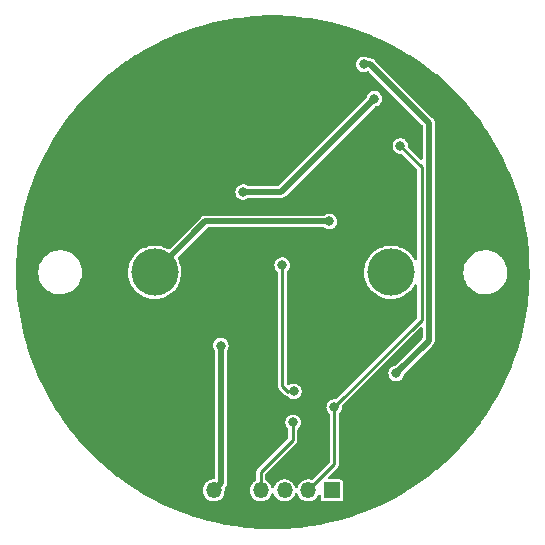
<source format=gbr>
%TF.GenerationSoftware,KiCad,Pcbnew,6.0.6-3a73a75311~116~ubuntu22.04.1*%
%TF.CreationDate,2022-08-06T20:48:40+02:00*%
%TF.ProjectId,buck_3a_v4,6275636b-5f33-4615-9f76-342e6b696361,rev?*%
%TF.SameCoordinates,Original*%
%TF.FileFunction,Copper,L2,Bot*%
%TF.FilePolarity,Positive*%
%FSLAX46Y46*%
G04 Gerber Fmt 4.6, Leading zero omitted, Abs format (unit mm)*
G04 Created by KiCad (PCBNEW 6.0.6-3a73a75311~116~ubuntu22.04.1) date 2022-08-06 20:48:40*
%MOMM*%
%LPD*%
G01*
G04 APERTURE LIST*
%TA.AperFunction,ComponentPad*%
%ADD10C,4.000000*%
%TD*%
%TA.AperFunction,ComponentPad*%
%ADD11O,1.350000X1.350000*%
%TD*%
%TA.AperFunction,ComponentPad*%
%ADD12R,1.350000X1.350000*%
%TD*%
%TA.AperFunction,ViaPad*%
%ADD13C,0.800000*%
%TD*%
%TA.AperFunction,Conductor*%
%ADD14C,0.500000*%
%TD*%
%TA.AperFunction,Conductor*%
%ADD15C,0.250000*%
%TD*%
G04 APERTURE END LIST*
D10*
%TO.P,LED+,1*%
%TO.N,Net-(C3-Pad2)*%
X60000000Y-50000000D03*
%TD*%
%TO.P,LED-,1*%
%TO.N,Net-(C3-Pad1)*%
X40000000Y-50000000D03*
%TD*%
D11*
%TO.P,J5,6*%
%TO.N,+5V*%
X44996000Y-68466000D03*
%TO.P,J5,5*%
%TO.N,GND*%
X46996000Y-68466000D03*
%TO.P,J5,4*%
%TO.N,/LED*%
X48996000Y-68466000D03*
%TO.P,J5,3*%
%TO.N,/RESET*%
X50996000Y-68466000D03*
%TO.P,J5,2*%
%TO.N,/PWM*%
X52996000Y-68466000D03*
D12*
%TO.P,J5,1*%
%TO.N,/MODE*%
X54996000Y-68466000D03*
%TD*%
D13*
%TO.N,GND*%
X59200000Y-37800000D03*
X57900000Y-37800000D03*
X44421000Y-62621000D03*
X45200000Y-44700000D03*
X44200000Y-44700000D03*
X43200000Y-44700000D03*
X37946002Y-55653998D03*
X55300000Y-56600000D03*
X60600000Y-37800000D03*
X60600000Y-36400000D03*
X46300000Y-44700000D03*
X48300000Y-44700000D03*
X47300000Y-44700000D03*
X42100000Y-56800000D03*
X40200000Y-65200000D03*
%TO.N,Net-(C3-Pad1)*%
X54800000Y-45700000D03*
%TO.N,+5V*%
X45600002Y-56200000D03*
X60446483Y-58553517D03*
X57700002Y-32400000D03*
%TO.N,/LED*%
X51721000Y-62700000D03*
%TO.N,/MODE*%
X50800000Y-49400000D03*
X51781000Y-60081000D03*
%TO.N,/PWM*%
X55200000Y-61400000D03*
X60800000Y-39300000D03*
%TO.N,Net-(Q1-Pad4)*%
X58600000Y-35300000D03*
X47499998Y-43200000D03*
%TD*%
D14*
%TO.N,Net-(C3-Pad1)*%
X44300000Y-45700000D02*
X40000000Y-50000000D01*
X54800000Y-45700000D02*
X44300000Y-45700000D01*
D15*
%TO.N,+5V*%
X45600000Y-56200002D02*
X45600002Y-56200000D01*
D14*
X45600000Y-67862000D02*
X45600000Y-56200002D01*
X44996000Y-68466000D02*
X45600000Y-67862000D01*
X60446483Y-58553517D02*
X63200000Y-55800000D01*
X63200000Y-55800000D02*
X63200000Y-37334313D01*
X63200000Y-37334313D02*
X58265687Y-32400000D01*
X58265687Y-32400000D02*
X57700002Y-32400000D01*
D15*
%TO.N,/LED*%
X48996000Y-68466000D02*
X48996000Y-66904000D01*
X48996000Y-66904000D02*
X51700000Y-64200000D01*
X51700000Y-62721000D02*
X51721000Y-62700000D01*
X51700000Y-64200000D02*
X51700000Y-62721000D01*
%TO.N,/MODE*%
X51319000Y-60081000D02*
X51781000Y-60081000D01*
X50800000Y-59600000D02*
X51300000Y-60100000D01*
X51300000Y-60100000D02*
X51319000Y-60081000D01*
X50800000Y-49400000D02*
X50800000Y-59600000D01*
%TO.N,/PWM*%
X55200000Y-66262000D02*
X52996000Y-68466000D01*
X55200000Y-61400000D02*
X55200000Y-66262000D01*
X62600000Y-41100000D02*
X60800000Y-39300000D01*
X62600000Y-54000000D02*
X62600000Y-41100000D01*
X55200000Y-61400000D02*
X62600000Y-54000000D01*
D14*
%TO.N,Net-(Q1-Pad4)*%
X58600000Y-35300000D02*
X50700000Y-43200000D01*
X50700000Y-43200000D02*
X47499998Y-43200000D01*
%TD*%
%TA.AperFunction,Conductor*%
%TO.N,GND*%
G36*
X50458052Y-28259380D02*
G01*
X51362770Y-28297299D01*
X51368028Y-28297630D01*
X51601921Y-28317270D01*
X52270401Y-28373404D01*
X52275650Y-28373956D01*
X52715833Y-28429564D01*
X53174043Y-28487449D01*
X53179239Y-28488216D01*
X54072093Y-28639232D01*
X54077245Y-28640214D01*
X54520152Y-28734356D01*
X54963043Y-28828496D01*
X54968151Y-28829694D01*
X55845299Y-29054907D01*
X55850299Y-29056304D01*
X56116110Y-29136557D01*
X56717207Y-29318040D01*
X56722226Y-29319671D01*
X57181979Y-29479773D01*
X57577376Y-29617464D01*
X57582300Y-29619295D01*
X58187697Y-29858989D01*
X58424265Y-29952653D01*
X58429130Y-29954698D01*
X59256374Y-30323010D01*
X59261149Y-30325257D01*
X60072238Y-30727886D01*
X60076915Y-30730331D01*
X60870446Y-31166579D01*
X60875016Y-31169218D01*
X61394638Y-31483911D01*
X61649578Y-31638308D01*
X61654011Y-31641122D01*
X62337941Y-32095524D01*
X62408250Y-32142237D01*
X62412584Y-32145249D01*
X62980255Y-32557686D01*
X63145174Y-32677507D01*
X63149376Y-32680696D01*
X63580025Y-33022024D01*
X63859039Y-33243168D01*
X63863105Y-33246532D01*
X64548577Y-33838215D01*
X64552497Y-33841745D01*
X65212616Y-34461638D01*
X65216366Y-34465310D01*
X65849948Y-35112304D01*
X65853560Y-35116151D01*
X66459473Y-35789085D01*
X66462922Y-35793080D01*
X67040125Y-36490800D01*
X67043403Y-36494935D01*
X67590897Y-37216232D01*
X67593980Y-37220475D01*
X67914591Y-37681773D01*
X68110791Y-37964068D01*
X68113711Y-37968464D01*
X68598907Y-38733012D01*
X68601641Y-38737526D01*
X69054403Y-39521732D01*
X69056946Y-39526357D01*
X69476482Y-40328857D01*
X69478828Y-40333584D01*
X69864374Y-41152909D01*
X69866521Y-41157730D01*
X70138914Y-41805726D01*
X70217431Y-41992511D01*
X70219367Y-41997401D01*
X70465263Y-42658595D01*
X70535021Y-42846169D01*
X70536753Y-42851143D01*
X70551173Y-42895524D01*
X70816577Y-43712355D01*
X70818102Y-43717407D01*
X71061612Y-44589561D01*
X71062925Y-44594673D01*
X71269707Y-45476291D01*
X71270804Y-45481453D01*
X71440483Y-46370942D01*
X71441363Y-46376146D01*
X71573642Y-47271940D01*
X71574304Y-47277175D01*
X71667095Y-48160015D01*
X71668961Y-48177773D01*
X71669401Y-48183016D01*
X71695924Y-48604579D01*
X71726260Y-49086759D01*
X71726481Y-49092032D01*
X71733221Y-49413807D01*
X71744721Y-49962775D01*
X71745445Y-49997361D01*
X71745445Y-50002626D01*
X71737269Y-50392976D01*
X71726481Y-50907968D01*
X71726260Y-50913241D01*
X71712428Y-51133101D01*
X71670155Y-51805007D01*
X71669402Y-51816968D01*
X71668962Y-51822212D01*
X71625135Y-52239204D01*
X71574304Y-52722825D01*
X71573642Y-52728060D01*
X71441363Y-53623854D01*
X71440483Y-53629058D01*
X71270804Y-54518547D01*
X71269707Y-54523709D01*
X71062925Y-55405327D01*
X71061612Y-55410439D01*
X70818102Y-56282593D01*
X70816577Y-56287645D01*
X70536756Y-57148847D01*
X70535024Y-57153821D01*
X70243005Y-57939041D01*
X70219374Y-58002582D01*
X70217438Y-58007472D01*
X70056825Y-58389554D01*
X69866521Y-58842270D01*
X69864374Y-58847091D01*
X69478828Y-59666416D01*
X69476482Y-59671143D01*
X69056946Y-60473643D01*
X69054403Y-60478268D01*
X68601641Y-61262474D01*
X68598907Y-61266988D01*
X68406203Y-61570641D01*
X68136689Y-61995329D01*
X68113711Y-62031536D01*
X68110801Y-62035917D01*
X67654049Y-62693096D01*
X67593981Y-62779523D01*
X67590897Y-62783768D01*
X67217106Y-63276220D01*
X67043403Y-63505065D01*
X67040125Y-63509200D01*
X66462922Y-64206920D01*
X66459473Y-64210915D01*
X65853560Y-64883849D01*
X65849948Y-64887696D01*
X65216366Y-65534690D01*
X65212616Y-65538362D01*
X64552499Y-66158254D01*
X64548579Y-66161784D01*
X63884809Y-66734734D01*
X63863105Y-66753468D01*
X63859039Y-66756832D01*
X63149378Y-67319302D01*
X63145174Y-67322493D01*
X62412584Y-67854751D01*
X62408250Y-67857763D01*
X61654011Y-68358878D01*
X61649578Y-68361692D01*
X61488185Y-68459435D01*
X60875016Y-68830782D01*
X60870446Y-68833421D01*
X60076915Y-69269669D01*
X60072238Y-69272114D01*
X59261149Y-69674743D01*
X59256374Y-69676990D01*
X58429130Y-70045302D01*
X58424265Y-70047347D01*
X57582300Y-70380705D01*
X57577376Y-70382536D01*
X57254366Y-70495019D01*
X56722226Y-70680329D01*
X56717207Y-70681960D01*
X56283763Y-70812825D01*
X55850299Y-70943696D01*
X55845299Y-70945093D01*
X54968151Y-71170306D01*
X54963043Y-71171504D01*
X54520152Y-71265643D01*
X54077245Y-71359786D01*
X54072093Y-71360768D01*
X53179239Y-71511784D01*
X53174043Y-71512551D01*
X52715833Y-71570436D01*
X52275650Y-71626044D01*
X52270401Y-71626596D01*
X51736916Y-71671394D01*
X51368028Y-71702370D01*
X51362770Y-71702701D01*
X50576436Y-71735658D01*
X50458051Y-71740620D01*
X50452775Y-71740731D01*
X49547225Y-71740731D01*
X49541949Y-71740620D01*
X49423564Y-71735658D01*
X48637230Y-71702701D01*
X48631972Y-71702370D01*
X48263084Y-71671394D01*
X47729599Y-71626596D01*
X47724350Y-71626044D01*
X47284167Y-71570436D01*
X46825957Y-71512551D01*
X46820761Y-71511784D01*
X45927907Y-71360768D01*
X45922755Y-71359786D01*
X45479848Y-71265643D01*
X45036957Y-71171504D01*
X45031849Y-71170306D01*
X44154701Y-70945093D01*
X44149701Y-70943696D01*
X43716238Y-70812826D01*
X43282793Y-70681960D01*
X43277774Y-70680329D01*
X42745634Y-70495019D01*
X42422624Y-70382536D01*
X42417700Y-70380705D01*
X41575735Y-70047347D01*
X41570870Y-70045302D01*
X40743626Y-69676990D01*
X40738851Y-69674743D01*
X39927762Y-69272114D01*
X39923085Y-69269669D01*
X39129554Y-68833421D01*
X39124984Y-68830782D01*
X38522655Y-68466000D01*
X44061380Y-68466000D01*
X44081804Y-68660318D01*
X44142182Y-68846144D01*
X44239877Y-69015356D01*
X44370617Y-69160558D01*
X44375959Y-69164439D01*
X44375961Y-69164441D01*
X44494576Y-69250620D01*
X44528690Y-69275405D01*
X44534719Y-69278089D01*
X44534722Y-69278091D01*
X44701151Y-69352189D01*
X44701154Y-69352190D01*
X44707187Y-69354876D01*
X44786727Y-69371783D01*
X44891849Y-69394128D01*
X44891854Y-69394128D01*
X44898306Y-69395500D01*
X45093694Y-69395500D01*
X45100146Y-69394128D01*
X45100151Y-69394128D01*
X45205273Y-69371783D01*
X45284813Y-69354876D01*
X45290846Y-69352190D01*
X45290849Y-69352189D01*
X45457278Y-69278091D01*
X45457281Y-69278089D01*
X45463310Y-69275405D01*
X45497424Y-69250620D01*
X45616039Y-69164441D01*
X45616041Y-69164439D01*
X45621383Y-69160558D01*
X45752123Y-69015356D01*
X45849818Y-68846144D01*
X45910196Y-68660318D01*
X45930620Y-68466000D01*
X48061380Y-68466000D01*
X48081804Y-68660318D01*
X48142182Y-68846144D01*
X48239877Y-69015356D01*
X48370617Y-69160558D01*
X48375959Y-69164439D01*
X48375961Y-69164441D01*
X48494576Y-69250620D01*
X48528690Y-69275405D01*
X48534719Y-69278089D01*
X48534722Y-69278091D01*
X48701151Y-69352189D01*
X48701154Y-69352190D01*
X48707187Y-69354876D01*
X48786727Y-69371783D01*
X48891849Y-69394128D01*
X48891854Y-69394128D01*
X48898306Y-69395500D01*
X49093694Y-69395500D01*
X49100146Y-69394128D01*
X49100151Y-69394128D01*
X49205273Y-69371783D01*
X49284813Y-69354876D01*
X49290846Y-69352190D01*
X49290849Y-69352189D01*
X49457278Y-69278091D01*
X49457281Y-69278089D01*
X49463310Y-69275405D01*
X49497424Y-69250620D01*
X49616039Y-69164441D01*
X49616041Y-69164439D01*
X49621383Y-69160558D01*
X49752123Y-69015356D01*
X49849818Y-68846144D01*
X49854810Y-68830782D01*
X49876167Y-68765049D01*
X49916240Y-68706443D01*
X49981637Y-68678806D01*
X50051593Y-68690913D01*
X50103900Y-68738918D01*
X50115833Y-68765049D01*
X50137191Y-68830782D01*
X50142182Y-68846144D01*
X50239877Y-69015356D01*
X50370617Y-69160558D01*
X50375959Y-69164439D01*
X50375961Y-69164441D01*
X50494576Y-69250620D01*
X50528690Y-69275405D01*
X50534719Y-69278089D01*
X50534722Y-69278091D01*
X50701151Y-69352189D01*
X50701154Y-69352190D01*
X50707187Y-69354876D01*
X50786727Y-69371783D01*
X50891849Y-69394128D01*
X50891854Y-69394128D01*
X50898306Y-69395500D01*
X51093694Y-69395500D01*
X51100146Y-69394128D01*
X51100151Y-69394128D01*
X51205273Y-69371783D01*
X51284813Y-69354876D01*
X51290846Y-69352190D01*
X51290849Y-69352189D01*
X51457278Y-69278091D01*
X51457281Y-69278089D01*
X51463310Y-69275405D01*
X51497424Y-69250620D01*
X51616039Y-69164441D01*
X51616041Y-69164439D01*
X51621383Y-69160558D01*
X51752123Y-69015356D01*
X51849818Y-68846144D01*
X51854810Y-68830782D01*
X51876167Y-68765049D01*
X51916240Y-68706443D01*
X51981637Y-68678806D01*
X52051593Y-68690913D01*
X52103900Y-68738918D01*
X52115833Y-68765049D01*
X52137191Y-68830782D01*
X52142182Y-68846144D01*
X52239877Y-69015356D01*
X52370617Y-69160558D01*
X52375959Y-69164439D01*
X52375961Y-69164441D01*
X52494576Y-69250620D01*
X52528690Y-69275405D01*
X52534719Y-69278089D01*
X52534722Y-69278091D01*
X52701151Y-69352189D01*
X52701154Y-69352190D01*
X52707187Y-69354876D01*
X52786727Y-69371783D01*
X52891849Y-69394128D01*
X52891854Y-69394128D01*
X52898306Y-69395500D01*
X53093694Y-69395500D01*
X53100146Y-69394128D01*
X53100151Y-69394128D01*
X53205273Y-69371783D01*
X53284813Y-69354876D01*
X53290846Y-69352190D01*
X53290849Y-69352189D01*
X53457278Y-69278091D01*
X53457281Y-69278089D01*
X53463310Y-69275405D01*
X53497424Y-69250620D01*
X53616039Y-69164441D01*
X53616041Y-69164439D01*
X53621383Y-69160558D01*
X53752123Y-69015356D01*
X53831382Y-68878076D01*
X53882765Y-68829083D01*
X53952478Y-68815647D01*
X54018389Y-68842033D01*
X54059571Y-68899866D01*
X54066501Y-68941075D01*
X54066501Y-69166066D01*
X54081266Y-69240301D01*
X54088161Y-69250620D01*
X54088162Y-69250622D01*
X54106517Y-69278091D01*
X54137516Y-69324484D01*
X54221699Y-69380734D01*
X54295933Y-69395500D01*
X54995886Y-69395500D01*
X55696066Y-69395499D01*
X55731818Y-69388388D01*
X55758126Y-69383156D01*
X55758128Y-69383155D01*
X55770301Y-69380734D01*
X55780621Y-69373839D01*
X55780622Y-69373838D01*
X55844168Y-69331377D01*
X55854484Y-69324484D01*
X55910734Y-69240301D01*
X55925500Y-69166067D01*
X55925499Y-67765934D01*
X55910734Y-67691699D01*
X55883393Y-67650780D01*
X55861377Y-67617832D01*
X55854484Y-67607516D01*
X55770301Y-67551266D01*
X55696067Y-67536500D01*
X55671471Y-67536500D01*
X54766382Y-67536501D01*
X54698262Y-67516499D01*
X54651769Y-67462843D01*
X54641665Y-67392569D01*
X54671158Y-67327989D01*
X54677288Y-67321406D01*
X55430216Y-66568478D01*
X55448964Y-66553336D01*
X55450189Y-66552221D01*
X55458940Y-66546571D01*
X55465387Y-66538393D01*
X55465389Y-66538391D01*
X55479729Y-66520200D01*
X55483675Y-66515759D01*
X55483602Y-66515697D01*
X55486961Y-66511733D01*
X55490638Y-66508056D01*
X55501892Y-66492308D01*
X55505398Y-66487638D01*
X55537156Y-66447353D01*
X55540188Y-66438719D01*
X55545514Y-66431266D01*
X55560203Y-66382150D01*
X55562036Y-66376508D01*
X55576390Y-66335633D01*
X55576390Y-66335632D01*
X55579018Y-66328149D01*
X55579500Y-66322584D01*
X55579500Y-66319876D01*
X55579614Y-66317242D01*
X55579643Y-66317144D01*
X55579807Y-66317151D01*
X55579851Y-66316447D01*
X55581713Y-66310222D01*
X55579597Y-66256365D01*
X55579500Y-66251418D01*
X55579500Y-61994730D01*
X55599502Y-61926609D01*
X55623669Y-61898919D01*
X55679536Y-61851204D01*
X55685314Y-61846269D01*
X55777755Y-61717624D01*
X55836842Y-61570641D01*
X55859162Y-61413807D01*
X55859307Y-61400000D01*
X55853437Y-61351496D01*
X55865109Y-61281468D01*
X55889429Y-61247265D01*
X62480405Y-54656289D01*
X62542717Y-54622263D01*
X62613532Y-54627328D01*
X62670368Y-54669875D01*
X62695179Y-54736395D01*
X62695500Y-54745384D01*
X62695500Y-55538839D01*
X62675498Y-55606960D01*
X62658595Y-55627934D01*
X60418527Y-57868002D01*
X60358846Y-57901426D01*
X60326171Y-57909270D01*
X60224046Y-57933788D01*
X60224043Y-57933789D01*
X60216667Y-57935560D01*
X60075897Y-58008217D01*
X59956522Y-58112355D01*
X59865433Y-58241961D01*
X59807889Y-58389554D01*
X59787212Y-58546613D01*
X59804596Y-58704070D01*
X59807206Y-58711201D01*
X59807206Y-58711203D01*
X59856056Y-58844692D01*
X59859036Y-58852836D01*
X59947391Y-58984322D01*
X59953010Y-58989435D01*
X59953011Y-58989436D01*
X59964386Y-58999786D01*
X60064559Y-59090936D01*
X60203776Y-59166525D01*
X60357005Y-59206724D01*
X60440960Y-59208043D01*
X60507802Y-59209093D01*
X60507805Y-59209093D01*
X60515399Y-59209212D01*
X60669815Y-59173846D01*
X60740225Y-59138434D01*
X60804555Y-59106080D01*
X60804558Y-59106078D01*
X60811338Y-59102668D01*
X60817109Y-59097739D01*
X60817112Y-59097737D01*
X60926019Y-59004721D01*
X60926019Y-59004720D01*
X60931797Y-58999786D01*
X61024238Y-58871141D01*
X61083325Y-58724158D01*
X61093001Y-58656164D01*
X61122401Y-58591542D01*
X61128649Y-58584822D01*
X63506794Y-56206677D01*
X63516234Y-56199135D01*
X63515911Y-56198755D01*
X63522747Y-56192937D01*
X63530339Y-56188147D01*
X63565672Y-56148140D01*
X63571017Y-56142454D01*
X63582351Y-56131120D01*
X63588553Y-56122845D01*
X63594940Y-56115000D01*
X63620060Y-56086557D01*
X63626001Y-56079830D01*
X63629814Y-56071708D01*
X63631654Y-56068907D01*
X63640063Y-56054912D01*
X63641685Y-56051949D01*
X63647070Y-56044764D01*
X63652996Y-56028957D01*
X63663546Y-56000818D01*
X63667471Y-55991502D01*
X63683601Y-55957145D01*
X63687417Y-55949018D01*
X63688799Y-55940144D01*
X63689785Y-55936917D01*
X63693925Y-55921134D01*
X63694646Y-55917856D01*
X63697798Y-55909448D01*
X63699370Y-55888288D01*
X63701276Y-55862643D01*
X63702430Y-55852596D01*
X63703751Y-55844114D01*
X63703751Y-55844111D01*
X63704500Y-55839303D01*
X63704500Y-55823938D01*
X63704846Y-55814601D01*
X63707842Y-55774281D01*
X63708507Y-55765333D01*
X63706634Y-55756558D01*
X63706041Y-55747862D01*
X63704500Y-55733262D01*
X63704500Y-50042186D01*
X66141018Y-50042186D01*
X66166579Y-50310100D01*
X66230547Y-50571518D01*
X66331583Y-50820963D01*
X66467569Y-51053210D01*
X66635658Y-51263395D01*
X66832327Y-51447113D01*
X66985192Y-51553159D01*
X67049244Y-51597593D01*
X67053457Y-51600516D01*
X67294416Y-51720391D01*
X67298750Y-51721812D01*
X67298753Y-51721813D01*
X67545823Y-51802807D01*
X67545829Y-51802808D01*
X67550156Y-51804227D01*
X67554647Y-51805007D01*
X67554648Y-51805007D01*
X67811538Y-51849611D01*
X67811546Y-51849612D01*
X67815319Y-51850267D01*
X67819156Y-51850458D01*
X67898777Y-51854422D01*
X67898785Y-51854422D01*
X67900348Y-51854500D01*
X68068374Y-51854500D01*
X68070642Y-51854335D01*
X68070654Y-51854335D01*
X68201457Y-51844844D01*
X68268425Y-51839985D01*
X68272880Y-51839001D01*
X68272883Y-51839001D01*
X68526770Y-51782947D01*
X68526772Y-51782946D01*
X68531226Y-51781963D01*
X68782900Y-51686613D01*
X69018172Y-51555931D01*
X69164842Y-51443996D01*
X69228491Y-51395421D01*
X69228495Y-51395417D01*
X69232116Y-51392654D01*
X69245950Y-51378503D01*
X69417063Y-51203462D01*
X69420249Y-51200203D01*
X69527242Y-51053210D01*
X69575942Y-50986304D01*
X69575947Y-50986297D01*
X69578630Y-50982610D01*
X69703941Y-50744433D01*
X69793557Y-50490662D01*
X69818688Y-50363156D01*
X69844720Y-50231083D01*
X69844721Y-50231077D01*
X69845601Y-50226611D01*
X69854782Y-50042186D01*
X69858755Y-49962383D01*
X69858755Y-49962377D01*
X69858982Y-49957814D01*
X69833421Y-49689900D01*
X69799324Y-49550553D01*
X69770539Y-49432920D01*
X69769453Y-49428482D01*
X69668417Y-49179037D01*
X69557565Y-48989715D01*
X69534741Y-48950735D01*
X69534740Y-48950734D01*
X69532431Y-48946790D01*
X69405475Y-48788039D01*
X69367194Y-48740171D01*
X69367193Y-48740169D01*
X69364342Y-48736605D01*
X69167673Y-48552887D01*
X68955221Y-48405504D01*
X68950291Y-48402084D01*
X68950290Y-48402084D01*
X68946543Y-48399484D01*
X68705584Y-48279609D01*
X68701250Y-48278188D01*
X68701247Y-48278187D01*
X68454177Y-48197193D01*
X68454171Y-48197192D01*
X68449844Y-48195773D01*
X68445352Y-48194993D01*
X68188462Y-48150389D01*
X68188454Y-48150388D01*
X68184681Y-48149733D01*
X68174718Y-48149237D01*
X68101223Y-48145578D01*
X68101215Y-48145578D01*
X68099652Y-48145500D01*
X67931626Y-48145500D01*
X67929358Y-48145665D01*
X67929346Y-48145665D01*
X67798543Y-48155156D01*
X67731575Y-48160015D01*
X67727120Y-48160999D01*
X67727117Y-48160999D01*
X67473230Y-48217053D01*
X67473228Y-48217054D01*
X67468774Y-48218037D01*
X67217100Y-48313387D01*
X66981828Y-48444069D01*
X66978196Y-48446841D01*
X66771509Y-48604579D01*
X66771505Y-48604583D01*
X66767884Y-48607346D01*
X66764699Y-48610604D01*
X66764698Y-48610605D01*
X66751014Y-48624603D01*
X66579751Y-48799797D01*
X66553851Y-48835379D01*
X66424058Y-49013696D01*
X66424053Y-49013703D01*
X66421370Y-49017390D01*
X66296059Y-49255567D01*
X66206443Y-49509338D01*
X66205560Y-49513820D01*
X66167756Y-49705623D01*
X66154399Y-49773389D01*
X66154172Y-49777942D01*
X66154172Y-49777945D01*
X66142987Y-50002639D01*
X66141018Y-50042186D01*
X63704500Y-50042186D01*
X63704500Y-37404937D01*
X63705841Y-37392932D01*
X63705345Y-37392892D01*
X63706065Y-37383945D01*
X63708046Y-37375189D01*
X63704742Y-37321931D01*
X63704500Y-37314129D01*
X63704500Y-37298087D01*
X63703035Y-37287856D01*
X63702003Y-37277790D01*
X63699654Y-37239913D01*
X63699654Y-37239911D01*
X63699098Y-37230954D01*
X63696051Y-37222514D01*
X63695370Y-37219224D01*
X63691418Y-37203375D01*
X63690473Y-37200145D01*
X63689201Y-37191261D01*
X63669774Y-37148531D01*
X63665964Y-37139173D01*
X63653075Y-37103471D01*
X63653074Y-37103470D01*
X63650027Y-37095029D01*
X63644731Y-37087780D01*
X63643146Y-37084799D01*
X63634920Y-37070721D01*
X63633104Y-37067882D01*
X63629388Y-37059708D01*
X63598757Y-37024159D01*
X63592465Y-37016236D01*
X63584527Y-37005369D01*
X63573665Y-36994507D01*
X63567307Y-36987660D01*
X63540915Y-36957031D01*
X63535056Y-36950231D01*
X63527521Y-36945347D01*
X63520949Y-36939614D01*
X63509545Y-36930387D01*
X58672364Y-32093206D01*
X58664822Y-32083766D01*
X58664442Y-32084089D01*
X58658624Y-32077253D01*
X58653834Y-32069661D01*
X58613827Y-32034328D01*
X58608141Y-32028983D01*
X58596807Y-32017649D01*
X58588532Y-32011447D01*
X58580687Y-32005060D01*
X58552244Y-31979940D01*
X58545517Y-31973999D01*
X58537395Y-31970186D01*
X58534594Y-31968346D01*
X58520599Y-31959937D01*
X58517636Y-31958315D01*
X58510451Y-31952930D01*
X58502041Y-31949777D01*
X58502039Y-31949776D01*
X58466505Y-31936454D01*
X58457189Y-31932529D01*
X58414705Y-31912583D01*
X58405831Y-31911201D01*
X58402604Y-31910215D01*
X58386821Y-31906075D01*
X58383543Y-31905354D01*
X58375135Y-31902202D01*
X58361378Y-31901180D01*
X58328330Y-31898724D01*
X58318283Y-31897570D01*
X58309801Y-31896249D01*
X58309798Y-31896249D01*
X58304990Y-31895500D01*
X58289625Y-31895500D01*
X58280288Y-31895154D01*
X58264206Y-31893959D01*
X58231020Y-31891493D01*
X58222245Y-31893366D01*
X58213549Y-31893959D01*
X58198949Y-31895500D01*
X58165669Y-31895500D01*
X58097548Y-31875498D01*
X58082145Y-31863802D01*
X58081956Y-31863670D01*
X58076277Y-31858611D01*
X57936276Y-31784484D01*
X57782635Y-31745892D01*
X57775036Y-31745852D01*
X57775035Y-31745852D01*
X57709183Y-31745507D01*
X57624223Y-31745062D01*
X57616843Y-31746834D01*
X57616841Y-31746834D01*
X57477565Y-31780271D01*
X57477562Y-31780272D01*
X57470186Y-31782043D01*
X57329416Y-31854700D01*
X57210041Y-31958838D01*
X57118952Y-32088444D01*
X57061408Y-32236037D01*
X57040731Y-32393096D01*
X57058115Y-32550553D01*
X57060725Y-32557684D01*
X57060725Y-32557686D01*
X57105741Y-32680698D01*
X57112555Y-32699319D01*
X57200910Y-32830805D01*
X57318078Y-32937419D01*
X57457295Y-33013008D01*
X57610524Y-33053207D01*
X57694479Y-33054526D01*
X57761321Y-33055576D01*
X57761324Y-33055576D01*
X57768918Y-33055695D01*
X57923334Y-33020329D01*
X58007817Y-32977839D01*
X58077660Y-32965101D01*
X58143304Y-32992145D01*
X58153525Y-33001309D01*
X62658595Y-37506379D01*
X62692621Y-37568691D01*
X62695500Y-37595474D01*
X62695500Y-40354616D01*
X62675498Y-40422737D01*
X62621842Y-40469230D01*
X62551568Y-40479334D01*
X62486988Y-40449840D01*
X62480405Y-40443711D01*
X61490143Y-39453449D01*
X61456117Y-39391137D01*
X61454495Y-39346601D01*
X61458581Y-39317892D01*
X61458581Y-39317886D01*
X61459162Y-39313807D01*
X61459307Y-39300000D01*
X61440276Y-39142733D01*
X61384280Y-38994546D01*
X61294553Y-38863992D01*
X61176275Y-38758611D01*
X61168889Y-38754700D01*
X61042988Y-38688039D01*
X61042989Y-38688039D01*
X61036274Y-38684484D01*
X60882633Y-38645892D01*
X60875034Y-38645852D01*
X60875033Y-38645852D01*
X60809181Y-38645507D01*
X60724221Y-38645062D01*
X60716841Y-38646834D01*
X60716839Y-38646834D01*
X60577563Y-38680271D01*
X60577560Y-38680272D01*
X60570184Y-38682043D01*
X60429414Y-38754700D01*
X60310039Y-38858838D01*
X60218950Y-38988444D01*
X60161406Y-39136037D01*
X60140729Y-39293096D01*
X60143016Y-39313807D01*
X60153518Y-39408930D01*
X60158113Y-39450553D01*
X60160723Y-39457684D01*
X60160723Y-39457686D01*
X60185000Y-39524025D01*
X60212553Y-39599319D01*
X60300908Y-39730805D01*
X60418076Y-39837419D01*
X60557293Y-39913008D01*
X60710522Y-39953207D01*
X60807138Y-39954725D01*
X60868772Y-39955693D01*
X60936570Y-39976762D01*
X60955888Y-39992582D01*
X62183595Y-41220289D01*
X62217621Y-41282601D01*
X62220500Y-41309384D01*
X62220500Y-48864997D01*
X62200498Y-48933118D01*
X62146842Y-48979611D01*
X62076568Y-48989715D01*
X62011988Y-48960221D01*
X61981494Y-48920725D01*
X61958470Y-48874036D01*
X61958467Y-48874031D01*
X61956643Y-48870332D01*
X61792453Y-48624603D01*
X61597593Y-48402407D01*
X61375397Y-48207547D01*
X61129669Y-48043357D01*
X61125970Y-48041533D01*
X61125965Y-48041530D01*
X60989991Y-47974475D01*
X60864611Y-47912645D01*
X60860705Y-47911319D01*
X60588666Y-47818974D01*
X60588663Y-47818973D01*
X60584759Y-47817648D01*
X60580720Y-47816845D01*
X60580714Y-47816843D01*
X60298946Y-47760796D01*
X60298943Y-47760796D01*
X60294903Y-47759992D01*
X60290792Y-47759723D01*
X60290788Y-47759722D01*
X60004119Y-47740933D01*
X60000000Y-47740663D01*
X59995881Y-47740933D01*
X59709212Y-47759722D01*
X59709208Y-47759723D01*
X59705097Y-47759992D01*
X59701057Y-47760796D01*
X59701054Y-47760796D01*
X59419286Y-47816843D01*
X59419280Y-47816845D01*
X59415241Y-47817648D01*
X59411337Y-47818973D01*
X59411334Y-47818974D01*
X59139295Y-47911319D01*
X59135389Y-47912645D01*
X59010143Y-47974410D01*
X58874036Y-48041530D01*
X58874031Y-48041533D01*
X58870332Y-48043357D01*
X58624603Y-48207547D01*
X58402407Y-48402407D01*
X58207547Y-48624603D01*
X58043357Y-48870332D01*
X58041533Y-48874031D01*
X58041530Y-48874036D01*
X57997169Y-48963992D01*
X57912645Y-49135389D01*
X57911320Y-49139294D01*
X57911319Y-49139295D01*
X57822822Y-49400000D01*
X57817648Y-49415241D01*
X57816845Y-49419280D01*
X57816843Y-49419286D01*
X57789314Y-49557686D01*
X57759992Y-49705097D01*
X57759723Y-49709208D01*
X57759722Y-49709212D01*
X57743727Y-49953258D01*
X57740663Y-50000000D01*
X57759992Y-50294903D01*
X57760796Y-50298943D01*
X57760796Y-50298946D01*
X57815856Y-50575749D01*
X57817648Y-50584759D01*
X57818973Y-50588663D01*
X57818974Y-50588666D01*
X57897828Y-50820963D01*
X57912645Y-50864611D01*
X57935328Y-50910607D01*
X58003707Y-51049265D01*
X58043357Y-51129668D01*
X58207547Y-51375397D01*
X58402407Y-51597593D01*
X58624603Y-51792453D01*
X58870331Y-51956643D01*
X58874030Y-51958467D01*
X58874035Y-51958470D01*
X59010009Y-52025525D01*
X59135389Y-52087355D01*
X59139294Y-52088680D01*
X59139295Y-52088681D01*
X59411334Y-52181026D01*
X59411337Y-52181027D01*
X59415241Y-52182352D01*
X59419280Y-52183155D01*
X59419286Y-52183157D01*
X59701054Y-52239204D01*
X59701057Y-52239204D01*
X59705097Y-52240008D01*
X59709208Y-52240277D01*
X59709212Y-52240278D01*
X59995881Y-52259067D01*
X60000000Y-52259337D01*
X60004119Y-52259067D01*
X60290788Y-52240278D01*
X60290792Y-52240277D01*
X60294903Y-52240008D01*
X60298943Y-52239204D01*
X60298946Y-52239204D01*
X60580714Y-52183157D01*
X60580720Y-52183155D01*
X60584759Y-52182352D01*
X60588663Y-52181027D01*
X60588666Y-52181026D01*
X60860705Y-52088681D01*
X60860706Y-52088680D01*
X60864611Y-52087355D01*
X60989991Y-52025525D01*
X61125965Y-51958470D01*
X61125970Y-51958467D01*
X61129669Y-51956643D01*
X61375397Y-51792453D01*
X61597593Y-51597593D01*
X61792453Y-51375397D01*
X61956643Y-51129668D01*
X61981494Y-51079275D01*
X62029562Y-51027026D01*
X62098248Y-51009059D01*
X62165743Y-51031078D01*
X62210620Y-51086093D01*
X62220500Y-51135003D01*
X62220500Y-53790616D01*
X62200498Y-53858737D01*
X62183595Y-53879711D01*
X55354411Y-60708895D01*
X55292099Y-60742921D01*
X55264658Y-60745798D01*
X55124221Y-60745062D01*
X55116841Y-60746834D01*
X55116839Y-60746834D01*
X54977563Y-60780271D01*
X54977560Y-60780272D01*
X54970184Y-60782043D01*
X54829414Y-60854700D01*
X54710039Y-60958838D01*
X54618950Y-61088444D01*
X54561406Y-61236037D01*
X54560414Y-61243570D01*
X54560414Y-61243571D01*
X54554220Y-61290623D01*
X54540729Y-61393096D01*
X54549421Y-61471824D01*
X54555958Y-61531030D01*
X54558113Y-61550553D01*
X54612553Y-61699319D01*
X54700908Y-61830805D01*
X54706527Y-61835918D01*
X54706528Y-61835919D01*
X54779299Y-61902135D01*
X54816222Y-61962775D01*
X54820500Y-61995329D01*
X54820500Y-66052616D01*
X54800498Y-66120737D01*
X54783595Y-66141711D01*
X53385449Y-67539857D01*
X53323137Y-67573883D01*
X53270158Y-67574009D01*
X53195600Y-67558161D01*
X53100151Y-67537872D01*
X53100146Y-67537872D01*
X53093694Y-67536500D01*
X52898306Y-67536500D01*
X52891854Y-67537872D01*
X52891849Y-67537872D01*
X52796400Y-67558161D01*
X52707187Y-67577124D01*
X52701154Y-67579810D01*
X52701151Y-67579811D01*
X52534722Y-67653909D01*
X52534719Y-67653911D01*
X52528690Y-67656595D01*
X52523349Y-67660475D01*
X52523348Y-67660476D01*
X52427148Y-67730370D01*
X52370617Y-67771442D01*
X52366196Y-67776352D01*
X52366195Y-67776353D01*
X52292894Y-67857763D01*
X52239877Y-67916644D01*
X52142182Y-68085856D01*
X52140141Y-68092138D01*
X52140140Y-68092140D01*
X52115833Y-68166951D01*
X52075760Y-68225557D01*
X52010363Y-68253194D01*
X51940407Y-68241087D01*
X51888100Y-68193082D01*
X51876167Y-68166951D01*
X51851860Y-68092140D01*
X51851859Y-68092138D01*
X51849818Y-68085856D01*
X51752123Y-67916644D01*
X51699107Y-67857763D01*
X51625805Y-67776353D01*
X51625804Y-67776352D01*
X51621383Y-67771442D01*
X51564853Y-67730370D01*
X51468652Y-67660476D01*
X51468651Y-67660475D01*
X51463310Y-67656595D01*
X51457281Y-67653911D01*
X51457278Y-67653909D01*
X51290849Y-67579811D01*
X51290846Y-67579810D01*
X51284813Y-67577124D01*
X51195600Y-67558161D01*
X51100151Y-67537872D01*
X51100146Y-67537872D01*
X51093694Y-67536500D01*
X50898306Y-67536500D01*
X50891854Y-67537872D01*
X50891849Y-67537872D01*
X50796400Y-67558161D01*
X50707187Y-67577124D01*
X50701154Y-67579810D01*
X50701151Y-67579811D01*
X50534722Y-67653909D01*
X50534719Y-67653911D01*
X50528690Y-67656595D01*
X50523349Y-67660475D01*
X50523348Y-67660476D01*
X50427148Y-67730370D01*
X50370617Y-67771442D01*
X50366196Y-67776352D01*
X50366195Y-67776353D01*
X50292894Y-67857763D01*
X50239877Y-67916644D01*
X50142182Y-68085856D01*
X50140141Y-68092138D01*
X50140140Y-68092140D01*
X50115833Y-68166951D01*
X50075760Y-68225557D01*
X50010363Y-68253194D01*
X49940407Y-68241087D01*
X49888100Y-68193082D01*
X49876167Y-68166951D01*
X49851860Y-68092140D01*
X49851859Y-68092138D01*
X49849818Y-68085856D01*
X49752123Y-67916644D01*
X49699107Y-67857763D01*
X49625805Y-67776353D01*
X49625804Y-67776352D01*
X49621383Y-67771442D01*
X49564853Y-67730370D01*
X49468652Y-67660476D01*
X49468651Y-67660475D01*
X49463310Y-67656595D01*
X49457280Y-67653910D01*
X49457276Y-67653908D01*
X49450250Y-67650780D01*
X49396154Y-67604799D01*
X49375500Y-67535674D01*
X49375500Y-67113384D01*
X49395502Y-67045263D01*
X49412405Y-67024289D01*
X51930219Y-64506476D01*
X51948961Y-64491339D01*
X51950190Y-64490221D01*
X51958940Y-64484571D01*
X51979729Y-64458200D01*
X51983676Y-64453759D01*
X51983603Y-64453697D01*
X51986963Y-64449732D01*
X51990638Y-64446057D01*
X51993655Y-64441835D01*
X51993660Y-64441829D01*
X52001862Y-64430350D01*
X52005428Y-64425600D01*
X52030711Y-64393528D01*
X52037156Y-64385353D01*
X52040189Y-64376716D01*
X52045513Y-64369266D01*
X52060202Y-64320151D01*
X52062034Y-64314514D01*
X52076390Y-64273633D01*
X52076390Y-64273632D01*
X52079018Y-64266149D01*
X52079500Y-64260584D01*
X52079500Y-64257876D01*
X52079614Y-64255242D01*
X52079643Y-64255144D01*
X52079807Y-64255151D01*
X52079851Y-64254447D01*
X52081713Y-64248222D01*
X52079597Y-64194365D01*
X52079500Y-64189418D01*
X52079500Y-63312666D01*
X52099502Y-63244545D01*
X52123669Y-63216855D01*
X52200536Y-63151204D01*
X52200536Y-63151203D01*
X52206314Y-63146269D01*
X52298755Y-63017624D01*
X52357842Y-62870641D01*
X52380162Y-62713807D01*
X52380307Y-62700000D01*
X52361276Y-62542733D01*
X52305280Y-62394546D01*
X52215553Y-62263992D01*
X52097275Y-62158611D01*
X52089889Y-62154700D01*
X51963988Y-62088039D01*
X51963989Y-62088039D01*
X51957274Y-62084484D01*
X51803633Y-62045892D01*
X51796034Y-62045852D01*
X51796033Y-62045852D01*
X51730181Y-62045507D01*
X51645221Y-62045062D01*
X51637841Y-62046834D01*
X51637839Y-62046834D01*
X51498563Y-62080271D01*
X51498560Y-62080272D01*
X51491184Y-62082043D01*
X51350414Y-62154700D01*
X51231039Y-62258838D01*
X51139950Y-62388444D01*
X51082406Y-62536037D01*
X51061729Y-62693096D01*
X51070421Y-62771825D01*
X51071510Y-62781684D01*
X51079113Y-62850553D01*
X51133553Y-62999319D01*
X51221908Y-63130805D01*
X51279299Y-63183026D01*
X51316222Y-63243666D01*
X51320500Y-63276220D01*
X51320500Y-63990616D01*
X51300498Y-64058737D01*
X51283595Y-64079711D01*
X48765784Y-66597522D01*
X48747036Y-66612664D01*
X48745811Y-66613779D01*
X48737060Y-66619429D01*
X48730613Y-66627607D01*
X48730611Y-66627609D01*
X48716271Y-66645800D01*
X48712325Y-66650241D01*
X48712398Y-66650303D01*
X48709039Y-66654267D01*
X48705362Y-66657944D01*
X48694108Y-66673692D01*
X48690602Y-66678362D01*
X48658844Y-66718647D01*
X48655812Y-66727281D01*
X48650486Y-66734734D01*
X48644367Y-66755196D01*
X48635799Y-66783844D01*
X48633964Y-66789492D01*
X48616982Y-66837851D01*
X48616500Y-66843416D01*
X48616500Y-66846124D01*
X48616386Y-66848758D01*
X48616357Y-66848856D01*
X48616193Y-66848849D01*
X48616149Y-66849553D01*
X48614287Y-66855778D01*
X48614696Y-66866183D01*
X48616403Y-66909635D01*
X48616500Y-66914582D01*
X48616500Y-67535674D01*
X48596498Y-67603795D01*
X48541750Y-67650780D01*
X48534724Y-67653908D01*
X48534720Y-67653910D01*
X48528690Y-67656595D01*
X48523349Y-67660475D01*
X48523348Y-67660476D01*
X48427148Y-67730370D01*
X48370617Y-67771442D01*
X48366196Y-67776352D01*
X48366195Y-67776353D01*
X48292894Y-67857763D01*
X48239877Y-67916644D01*
X48142182Y-68085856D01*
X48140140Y-68092140D01*
X48140140Y-68092141D01*
X48103648Y-68204454D01*
X48081804Y-68271682D01*
X48061380Y-68466000D01*
X45930620Y-68466000D01*
X45916104Y-68327892D01*
X45928876Y-68258053D01*
X45946972Y-68231314D01*
X45965670Y-68210142D01*
X45971017Y-68204454D01*
X45982351Y-68193120D01*
X45988553Y-68184845D01*
X45994940Y-68177000D01*
X46020060Y-68148557D01*
X46026001Y-68141830D01*
X46029814Y-68133708D01*
X46031654Y-68130907D01*
X46040063Y-68116912D01*
X46041685Y-68113949D01*
X46047070Y-68106764D01*
X46050224Y-68098352D01*
X46063546Y-68062818D01*
X46067471Y-68053502D01*
X46083601Y-68019145D01*
X46087417Y-68011018D01*
X46088799Y-68002144D01*
X46089785Y-67998917D01*
X46093925Y-67983134D01*
X46094646Y-67979856D01*
X46097798Y-67971448D01*
X46101276Y-67924643D01*
X46102430Y-67914596D01*
X46103751Y-67906114D01*
X46103751Y-67906111D01*
X46104500Y-67901303D01*
X46104500Y-67885938D01*
X46104846Y-67876601D01*
X46106246Y-67857763D01*
X46108507Y-67827333D01*
X46106634Y-67818558D01*
X46106041Y-67809862D01*
X46104500Y-67795262D01*
X46104500Y-56660148D01*
X46128177Y-56586622D01*
X46173326Y-56523790D01*
X46177757Y-56517624D01*
X46236844Y-56370641D01*
X46259164Y-56213807D01*
X46259309Y-56200000D01*
X46257061Y-56181419D01*
X46255104Y-56165254D01*
X46240278Y-56042733D01*
X46184282Y-55894546D01*
X46135755Y-55823938D01*
X46098857Y-55770251D01*
X46098856Y-55770249D01*
X46094555Y-55763992D01*
X45976277Y-55658611D01*
X45968891Y-55654700D01*
X45918338Y-55627934D01*
X45836276Y-55584484D01*
X45682635Y-55545892D01*
X45675036Y-55545852D01*
X45675035Y-55545852D01*
X45609183Y-55545507D01*
X45524223Y-55545062D01*
X45516843Y-55546834D01*
X45516841Y-55546834D01*
X45377565Y-55580271D01*
X45377562Y-55580272D01*
X45370186Y-55582043D01*
X45229416Y-55654700D01*
X45110041Y-55758838D01*
X45018952Y-55888444D01*
X44961408Y-56036037D01*
X44960416Y-56043570D01*
X44960416Y-56043571D01*
X44947034Y-56145222D01*
X44940731Y-56193096D01*
X44958115Y-56350553D01*
X45012555Y-56499319D01*
X45016793Y-56505625D01*
X45016794Y-56505628D01*
X45074081Y-56590879D01*
X45095500Y-56661155D01*
X45095500Y-67410500D01*
X45075498Y-67478621D01*
X45021842Y-67525114D01*
X44969500Y-67536500D01*
X44898306Y-67536500D01*
X44891854Y-67537872D01*
X44891849Y-67537872D01*
X44796400Y-67558161D01*
X44707187Y-67577124D01*
X44701154Y-67579810D01*
X44701151Y-67579811D01*
X44534722Y-67653909D01*
X44534719Y-67653911D01*
X44528690Y-67656595D01*
X44523349Y-67660475D01*
X44523348Y-67660476D01*
X44427148Y-67730370D01*
X44370617Y-67771442D01*
X44366196Y-67776352D01*
X44366195Y-67776353D01*
X44292894Y-67857763D01*
X44239877Y-67916644D01*
X44142182Y-68085856D01*
X44140140Y-68092140D01*
X44140140Y-68092141D01*
X44103648Y-68204454D01*
X44081804Y-68271682D01*
X44061380Y-68466000D01*
X38522655Y-68466000D01*
X38511815Y-68459435D01*
X38350422Y-68361692D01*
X38345989Y-68358878D01*
X37591750Y-67857763D01*
X37587416Y-67854751D01*
X36854826Y-67322493D01*
X36850622Y-67319302D01*
X36140961Y-66756832D01*
X36136895Y-66753468D01*
X36115192Y-66734734D01*
X35451421Y-66161784D01*
X35447501Y-66158254D01*
X34787384Y-65538362D01*
X34783634Y-65534690D01*
X34150052Y-64887696D01*
X34146440Y-64883849D01*
X33540527Y-64210915D01*
X33537078Y-64206920D01*
X32959875Y-63509200D01*
X32956597Y-63505065D01*
X32782894Y-63276220D01*
X32409103Y-62783768D01*
X32406019Y-62779523D01*
X32345951Y-62693096D01*
X31889199Y-62035917D01*
X31886289Y-62031536D01*
X31863312Y-61995329D01*
X31593797Y-61570641D01*
X31401093Y-61266988D01*
X31398359Y-61262474D01*
X30945597Y-60478268D01*
X30943054Y-60473643D01*
X30523518Y-59671143D01*
X30521172Y-59666416D01*
X30135626Y-58847091D01*
X30133479Y-58842270D01*
X29943175Y-58389554D01*
X29782562Y-58007472D01*
X29780626Y-58002582D01*
X29756996Y-57939041D01*
X29464976Y-57153821D01*
X29463244Y-57148847D01*
X29183423Y-56287645D01*
X29181898Y-56282593D01*
X28938388Y-55410439D01*
X28937075Y-55405327D01*
X28730293Y-54523709D01*
X28729196Y-54518547D01*
X28559517Y-53629058D01*
X28558637Y-53623854D01*
X28426358Y-52728060D01*
X28425696Y-52722825D01*
X28374865Y-52239204D01*
X28331038Y-51822212D01*
X28330598Y-51816968D01*
X28329846Y-51805007D01*
X28287572Y-51133101D01*
X28273740Y-50913241D01*
X28273519Y-50907968D01*
X28262731Y-50392976D01*
X28255384Y-50042186D01*
X30141018Y-50042186D01*
X30166579Y-50310100D01*
X30230547Y-50571518D01*
X30331583Y-50820963D01*
X30467569Y-51053210D01*
X30635658Y-51263395D01*
X30832327Y-51447113D01*
X30985192Y-51553159D01*
X31049244Y-51597593D01*
X31053457Y-51600516D01*
X31294416Y-51720391D01*
X31298750Y-51721812D01*
X31298753Y-51721813D01*
X31545823Y-51802807D01*
X31545829Y-51802808D01*
X31550156Y-51804227D01*
X31554647Y-51805007D01*
X31554648Y-51805007D01*
X31811538Y-51849611D01*
X31811546Y-51849612D01*
X31815319Y-51850267D01*
X31819156Y-51850458D01*
X31898777Y-51854422D01*
X31898785Y-51854422D01*
X31900348Y-51854500D01*
X32068374Y-51854500D01*
X32070642Y-51854335D01*
X32070654Y-51854335D01*
X32201457Y-51844844D01*
X32268425Y-51839985D01*
X32272880Y-51839001D01*
X32272883Y-51839001D01*
X32526770Y-51782947D01*
X32526772Y-51782946D01*
X32531226Y-51781963D01*
X32782900Y-51686613D01*
X33018172Y-51555931D01*
X33164842Y-51443996D01*
X33228491Y-51395421D01*
X33228495Y-51395417D01*
X33232116Y-51392654D01*
X33245950Y-51378503D01*
X33417063Y-51203462D01*
X33420249Y-51200203D01*
X33527242Y-51053210D01*
X33575942Y-50986304D01*
X33575947Y-50986297D01*
X33578630Y-50982610D01*
X33703941Y-50744433D01*
X33793557Y-50490662D01*
X33818688Y-50363156D01*
X33844720Y-50231083D01*
X33844721Y-50231077D01*
X33845601Y-50226611D01*
X33854782Y-50042186D01*
X33856882Y-50000000D01*
X37740663Y-50000000D01*
X37759992Y-50294903D01*
X37760796Y-50298943D01*
X37760796Y-50298946D01*
X37815856Y-50575749D01*
X37817648Y-50584759D01*
X37818973Y-50588663D01*
X37818974Y-50588666D01*
X37897828Y-50820963D01*
X37912645Y-50864611D01*
X37935328Y-50910607D01*
X38003707Y-51049265D01*
X38043357Y-51129668D01*
X38207547Y-51375397D01*
X38402407Y-51597593D01*
X38624603Y-51792453D01*
X38870331Y-51956643D01*
X38874030Y-51958467D01*
X38874035Y-51958470D01*
X39010009Y-52025525D01*
X39135389Y-52087355D01*
X39139294Y-52088680D01*
X39139295Y-52088681D01*
X39411334Y-52181026D01*
X39411337Y-52181027D01*
X39415241Y-52182352D01*
X39419280Y-52183155D01*
X39419286Y-52183157D01*
X39701054Y-52239204D01*
X39701057Y-52239204D01*
X39705097Y-52240008D01*
X39709208Y-52240277D01*
X39709212Y-52240278D01*
X39995881Y-52259067D01*
X40000000Y-52259337D01*
X40004119Y-52259067D01*
X40290788Y-52240278D01*
X40290792Y-52240277D01*
X40294903Y-52240008D01*
X40298943Y-52239204D01*
X40298946Y-52239204D01*
X40580714Y-52183157D01*
X40580720Y-52183155D01*
X40584759Y-52182352D01*
X40588663Y-52181027D01*
X40588666Y-52181026D01*
X40860705Y-52088681D01*
X40860706Y-52088680D01*
X40864611Y-52087355D01*
X40989991Y-52025525D01*
X41125965Y-51958470D01*
X41125970Y-51958467D01*
X41129669Y-51956643D01*
X41375397Y-51792453D01*
X41597593Y-51597593D01*
X41792453Y-51375397D01*
X41956643Y-51129668D01*
X41996294Y-51049265D01*
X42064672Y-50910607D01*
X42087355Y-50864611D01*
X42102172Y-50820963D01*
X42181026Y-50588666D01*
X42181027Y-50588663D01*
X42182352Y-50584759D01*
X42184145Y-50575749D01*
X42239204Y-50298946D01*
X42239204Y-50298943D01*
X42240008Y-50294903D01*
X42259337Y-50000000D01*
X42256273Y-49953258D01*
X42240278Y-49709212D01*
X42240277Y-49709208D01*
X42240008Y-49705097D01*
X42210686Y-49557686D01*
X42183157Y-49419286D01*
X42183155Y-49419280D01*
X42182352Y-49415241D01*
X42177179Y-49400000D01*
X42174835Y-49393096D01*
X50140729Y-49393096D01*
X50143621Y-49419286D01*
X50154058Y-49513820D01*
X50158113Y-49550553D01*
X50212553Y-49699319D01*
X50216789Y-49705622D01*
X50216789Y-49705623D01*
X50265388Y-49777945D01*
X50300908Y-49830805D01*
X50306527Y-49835918D01*
X50306528Y-49835919D01*
X50379299Y-49902135D01*
X50416222Y-49962775D01*
X50420500Y-49995329D01*
X50420500Y-59546080D01*
X50417951Y-59570028D01*
X50417872Y-59571693D01*
X50415680Y-59581876D01*
X50416904Y-59592217D01*
X50419627Y-59615223D01*
X50419977Y-59621154D01*
X50420072Y-59621146D01*
X50420500Y-59626324D01*
X50420500Y-59631524D01*
X50421354Y-59636653D01*
X50421354Y-59636656D01*
X50423669Y-59650565D01*
X50424506Y-59656443D01*
X50430530Y-59707341D01*
X50434493Y-59715593D01*
X50435996Y-59724626D01*
X50440943Y-59733795D01*
X50440944Y-59733797D01*
X50460334Y-59769732D01*
X50463031Y-59775025D01*
X50481785Y-59814082D01*
X50481788Y-59814086D01*
X50485219Y-59821232D01*
X50488814Y-59825508D01*
X50490737Y-59827431D01*
X50492509Y-59829363D01*
X50492552Y-59829442D01*
X50492428Y-59829555D01*
X50492904Y-59830095D01*
X50495990Y-59835814D01*
X50503635Y-59842881D01*
X50535586Y-59872416D01*
X50539152Y-59875846D01*
X51015989Y-60352683D01*
X51023345Y-60360703D01*
X51043426Y-60384593D01*
X51043428Y-60384595D01*
X51050127Y-60392564D01*
X51060193Y-60398624D01*
X51087225Y-60414899D01*
X51095494Y-60420331D01*
X51130734Y-60445514D01*
X51140712Y-60448498D01*
X51144992Y-60450595D01*
X51149446Y-60452358D01*
X51158365Y-60457728D01*
X51200716Y-60466846D01*
X51210264Y-60469298D01*
X51223761Y-60473334D01*
X51280936Y-60510358D01*
X51281908Y-60511805D01*
X51399076Y-60618419D01*
X51538293Y-60694008D01*
X51691522Y-60734207D01*
X51775477Y-60735526D01*
X51842319Y-60736576D01*
X51842322Y-60736576D01*
X51849916Y-60736695D01*
X52004332Y-60701329D01*
X52074742Y-60665917D01*
X52139072Y-60633563D01*
X52139075Y-60633561D01*
X52145855Y-60630151D01*
X52151626Y-60625222D01*
X52151629Y-60625220D01*
X52260536Y-60532204D01*
X52260536Y-60532203D01*
X52266314Y-60527269D01*
X52358755Y-60398624D01*
X52417842Y-60251641D01*
X52440162Y-60094807D01*
X52440307Y-60081000D01*
X52421276Y-59923733D01*
X52365280Y-59775546D01*
X52293526Y-59671143D01*
X52279855Y-59651251D01*
X52279854Y-59651249D01*
X52275553Y-59644992D01*
X52250420Y-59622599D01*
X52216319Y-59592217D01*
X52157275Y-59539611D01*
X52149889Y-59535700D01*
X52023988Y-59469039D01*
X52023989Y-59469039D01*
X52017274Y-59465484D01*
X51863633Y-59426892D01*
X51856034Y-59426852D01*
X51856033Y-59426852D01*
X51790181Y-59426507D01*
X51705221Y-59426062D01*
X51697841Y-59427834D01*
X51697839Y-59427834D01*
X51558563Y-59461271D01*
X51558560Y-59461272D01*
X51551184Y-59463043D01*
X51413390Y-59534164D01*
X51413387Y-59534165D01*
X51410414Y-59535700D01*
X51410158Y-59535204D01*
X51347530Y-59555359D01*
X51278916Y-59537117D01*
X51255191Y-59518496D01*
X51216405Y-59479710D01*
X51182379Y-59417398D01*
X51179500Y-59390615D01*
X51179500Y-49994730D01*
X51199502Y-49926609D01*
X51223669Y-49898919D01*
X51279536Y-49851204D01*
X51285314Y-49846269D01*
X51377755Y-49717624D01*
X51436842Y-49570641D01*
X51459162Y-49413807D01*
X51459307Y-49400000D01*
X51440276Y-49242733D01*
X51384280Y-49094546D01*
X51365945Y-49067868D01*
X51298855Y-48970251D01*
X51298854Y-48970249D01*
X51294553Y-48963992D01*
X51176275Y-48858611D01*
X51168889Y-48854700D01*
X51042988Y-48788039D01*
X51042989Y-48788039D01*
X51036274Y-48784484D01*
X50882633Y-48745892D01*
X50875034Y-48745852D01*
X50875033Y-48745852D01*
X50809181Y-48745507D01*
X50724221Y-48745062D01*
X50716841Y-48746834D01*
X50716839Y-48746834D01*
X50577563Y-48780271D01*
X50577560Y-48780272D01*
X50570184Y-48782043D01*
X50429414Y-48854700D01*
X50310039Y-48958838D01*
X50218950Y-49088444D01*
X50161406Y-49236037D01*
X50140729Y-49393096D01*
X42174835Y-49393096D01*
X42088681Y-49139295D01*
X42088680Y-49139294D01*
X42087355Y-49135389D01*
X42029164Y-49017390D01*
X41959090Y-48875293D01*
X41946900Y-48805351D01*
X41974459Y-48739922D01*
X41983001Y-48730470D01*
X44472066Y-46241405D01*
X44534378Y-46207379D01*
X44561161Y-46204500D01*
X54333153Y-46204500D01*
X54401274Y-46224502D01*
X54406068Y-46228185D01*
X54406266Y-46227907D01*
X54412459Y-46232308D01*
X54418076Y-46237419D01*
X54557293Y-46313008D01*
X54710522Y-46353207D01*
X54794477Y-46354526D01*
X54861319Y-46355576D01*
X54861322Y-46355576D01*
X54868916Y-46355695D01*
X55023332Y-46320329D01*
X55093742Y-46284917D01*
X55158072Y-46252563D01*
X55158075Y-46252561D01*
X55164855Y-46249151D01*
X55170626Y-46244222D01*
X55170629Y-46244220D01*
X55279536Y-46151204D01*
X55279536Y-46151203D01*
X55285314Y-46146269D01*
X55377755Y-46017624D01*
X55436842Y-45870641D01*
X55459162Y-45713807D01*
X55459307Y-45700000D01*
X55440276Y-45542733D01*
X55384280Y-45394546D01*
X55320154Y-45301242D01*
X55298855Y-45270251D01*
X55298854Y-45270249D01*
X55294553Y-45263992D01*
X55286542Y-45256854D01*
X55256653Y-45230225D01*
X55176275Y-45158611D01*
X55168889Y-45154700D01*
X55042988Y-45088039D01*
X55042989Y-45088039D01*
X55036274Y-45084484D01*
X54882633Y-45045892D01*
X54875034Y-45045852D01*
X54875033Y-45045852D01*
X54809181Y-45045507D01*
X54724221Y-45045062D01*
X54716841Y-45046834D01*
X54716839Y-45046834D01*
X54577563Y-45080271D01*
X54577560Y-45080272D01*
X54570184Y-45082043D01*
X54429414Y-45154700D01*
X54423692Y-45159692D01*
X54423690Y-45159693D01*
X54418236Y-45164451D01*
X54353753Y-45194157D01*
X54335409Y-45195500D01*
X44370624Y-45195500D01*
X44358619Y-45194159D01*
X44358579Y-45194655D01*
X44349632Y-45193935D01*
X44340876Y-45191954D01*
X44297338Y-45194655D01*
X44287618Y-45195258D01*
X44279816Y-45195500D01*
X44263774Y-45195500D01*
X44259343Y-45196135D01*
X44259338Y-45196135D01*
X44255313Y-45196712D01*
X44253543Y-45196965D01*
X44243486Y-45197996D01*
X44221024Y-45199389D01*
X44205600Y-45200346D01*
X44205598Y-45200346D01*
X44196641Y-45200902D01*
X44188201Y-45203949D01*
X44184911Y-45204630D01*
X44169062Y-45208582D01*
X44165832Y-45209527D01*
X44156948Y-45210799D01*
X44114222Y-45230225D01*
X44104860Y-45234036D01*
X44069158Y-45246925D01*
X44069157Y-45246926D01*
X44060716Y-45249973D01*
X44053467Y-45255269D01*
X44050486Y-45256854D01*
X44036408Y-45265080D01*
X44033569Y-45266896D01*
X44025395Y-45270612D01*
X44018591Y-45276475D01*
X43989848Y-45301242D01*
X43981930Y-45307530D01*
X43971056Y-45315473D01*
X43960194Y-45326335D01*
X43953348Y-45332693D01*
X43915918Y-45364944D01*
X43911034Y-45372479D01*
X43905301Y-45379051D01*
X43896074Y-45390455D01*
X41269530Y-48016999D01*
X41207218Y-48051025D01*
X41136403Y-48045960D01*
X41124707Y-48040910D01*
X41076220Y-48016999D01*
X40864611Y-47912645D01*
X40860705Y-47911319D01*
X40588666Y-47818974D01*
X40588663Y-47818973D01*
X40584759Y-47817648D01*
X40580720Y-47816845D01*
X40580714Y-47816843D01*
X40298946Y-47760796D01*
X40298943Y-47760796D01*
X40294903Y-47759992D01*
X40290792Y-47759723D01*
X40290788Y-47759722D01*
X40004119Y-47740933D01*
X40000000Y-47740663D01*
X39995881Y-47740933D01*
X39709212Y-47759722D01*
X39709208Y-47759723D01*
X39705097Y-47759992D01*
X39701057Y-47760796D01*
X39701054Y-47760796D01*
X39419286Y-47816843D01*
X39419280Y-47816845D01*
X39415241Y-47817648D01*
X39411337Y-47818973D01*
X39411334Y-47818974D01*
X39139295Y-47911319D01*
X39135389Y-47912645D01*
X39010143Y-47974410D01*
X38874036Y-48041530D01*
X38874031Y-48041533D01*
X38870332Y-48043357D01*
X38624603Y-48207547D01*
X38402407Y-48402407D01*
X38207547Y-48624603D01*
X38043357Y-48870332D01*
X38041533Y-48874031D01*
X38041530Y-48874036D01*
X37997169Y-48963992D01*
X37912645Y-49135389D01*
X37911320Y-49139294D01*
X37911319Y-49139295D01*
X37822822Y-49400000D01*
X37817648Y-49415241D01*
X37816845Y-49419280D01*
X37816843Y-49419286D01*
X37789314Y-49557686D01*
X37759992Y-49705097D01*
X37759723Y-49709208D01*
X37759722Y-49709212D01*
X37743727Y-49953258D01*
X37740663Y-50000000D01*
X33856882Y-50000000D01*
X33858755Y-49962383D01*
X33858755Y-49962377D01*
X33858982Y-49957814D01*
X33833421Y-49689900D01*
X33799324Y-49550553D01*
X33770539Y-49432920D01*
X33769453Y-49428482D01*
X33668417Y-49179037D01*
X33557565Y-48989715D01*
X33534741Y-48950735D01*
X33534740Y-48950734D01*
X33532431Y-48946790D01*
X33405475Y-48788039D01*
X33367194Y-48740171D01*
X33367193Y-48740169D01*
X33364342Y-48736605D01*
X33167673Y-48552887D01*
X32955221Y-48405504D01*
X32950291Y-48402084D01*
X32950290Y-48402084D01*
X32946543Y-48399484D01*
X32705584Y-48279609D01*
X32701250Y-48278188D01*
X32701247Y-48278187D01*
X32454177Y-48197193D01*
X32454171Y-48197192D01*
X32449844Y-48195773D01*
X32445352Y-48194993D01*
X32188462Y-48150389D01*
X32188454Y-48150388D01*
X32184681Y-48149733D01*
X32174718Y-48149237D01*
X32101223Y-48145578D01*
X32101215Y-48145578D01*
X32099652Y-48145500D01*
X31931626Y-48145500D01*
X31929358Y-48145665D01*
X31929346Y-48145665D01*
X31798543Y-48155156D01*
X31731575Y-48160015D01*
X31727120Y-48160999D01*
X31727117Y-48160999D01*
X31473230Y-48217053D01*
X31473228Y-48217054D01*
X31468774Y-48218037D01*
X31217100Y-48313387D01*
X30981828Y-48444069D01*
X30978196Y-48446841D01*
X30771509Y-48604579D01*
X30771505Y-48604583D01*
X30767884Y-48607346D01*
X30764699Y-48610604D01*
X30764698Y-48610605D01*
X30751014Y-48624603D01*
X30579751Y-48799797D01*
X30553851Y-48835379D01*
X30424058Y-49013696D01*
X30424053Y-49013703D01*
X30421370Y-49017390D01*
X30296059Y-49255567D01*
X30206443Y-49509338D01*
X30205560Y-49513820D01*
X30167756Y-49705623D01*
X30154399Y-49773389D01*
X30154172Y-49777942D01*
X30154172Y-49777945D01*
X30142987Y-50002639D01*
X30141018Y-50042186D01*
X28255384Y-50042186D01*
X28254555Y-50002626D01*
X28254555Y-49997361D01*
X28255280Y-49962775D01*
X28266779Y-49413807D01*
X28273519Y-49092032D01*
X28273740Y-49086759D01*
X28304076Y-48604579D01*
X28330599Y-48183016D01*
X28331039Y-48177773D01*
X28332906Y-48160015D01*
X28425696Y-47277175D01*
X28426358Y-47271940D01*
X28558637Y-46376146D01*
X28559517Y-46370942D01*
X28729196Y-45481453D01*
X28730293Y-45476291D01*
X28937075Y-44594673D01*
X28938388Y-44589561D01*
X29181898Y-43717407D01*
X29183423Y-43712355D01*
X29352140Y-43193096D01*
X46840727Y-43193096D01*
X46858111Y-43350553D01*
X46912551Y-43499319D01*
X46916787Y-43505622D01*
X46916787Y-43505623D01*
X46979371Y-43598757D01*
X47000906Y-43630805D01*
X47006525Y-43635918D01*
X47006526Y-43635919D01*
X47079152Y-43702003D01*
X47118074Y-43737419D01*
X47257291Y-43813008D01*
X47410520Y-43853207D01*
X47494475Y-43854526D01*
X47561317Y-43855576D01*
X47561320Y-43855576D01*
X47568914Y-43855695D01*
X47723330Y-43820329D01*
X47793740Y-43784917D01*
X47858070Y-43752563D01*
X47858073Y-43752561D01*
X47864853Y-43749151D01*
X47881787Y-43734688D01*
X47946577Y-43705658D01*
X47963617Y-43704500D01*
X50629376Y-43704500D01*
X50641381Y-43705841D01*
X50641421Y-43705345D01*
X50650368Y-43706065D01*
X50659124Y-43708046D01*
X50712382Y-43704742D01*
X50720184Y-43704500D01*
X50736226Y-43704500D01*
X50740657Y-43703865D01*
X50740662Y-43703865D01*
X50744687Y-43703288D01*
X50746457Y-43703035D01*
X50756514Y-43702004D01*
X50778976Y-43700611D01*
X50794400Y-43699654D01*
X50794402Y-43699654D01*
X50803359Y-43699098D01*
X50811799Y-43696051D01*
X50815089Y-43695370D01*
X50830938Y-43691418D01*
X50834168Y-43690473D01*
X50843052Y-43689201D01*
X50885763Y-43669782D01*
X50895128Y-43665970D01*
X50930837Y-43653078D01*
X50930840Y-43653076D01*
X50939284Y-43650028D01*
X50946533Y-43644732D01*
X50949490Y-43643160D01*
X50963614Y-43634907D01*
X50966437Y-43633102D01*
X50974605Y-43629388D01*
X50981402Y-43623531D01*
X50981404Y-43623530D01*
X51010153Y-43598757D01*
X51018064Y-43592475D01*
X51028944Y-43584527D01*
X51039806Y-43573665D01*
X51046653Y-43567307D01*
X51077282Y-43540915D01*
X51084082Y-43535056D01*
X51088966Y-43527521D01*
X51094699Y-43520949D01*
X51103926Y-43509545D01*
X58628834Y-35984637D01*
X58689800Y-35950912D01*
X58815927Y-35922025D01*
X58823332Y-35920329D01*
X58893742Y-35884917D01*
X58958072Y-35852563D01*
X58958075Y-35852561D01*
X58964855Y-35849151D01*
X58970626Y-35844222D01*
X58970629Y-35844220D01*
X59079536Y-35751204D01*
X59079536Y-35751203D01*
X59085314Y-35746269D01*
X59177755Y-35617624D01*
X59236842Y-35470641D01*
X59259162Y-35313807D01*
X59259307Y-35300000D01*
X59240276Y-35142733D01*
X59184280Y-34994546D01*
X59094553Y-34863992D01*
X58976275Y-34758611D01*
X58968889Y-34754700D01*
X58842988Y-34688039D01*
X58842989Y-34688039D01*
X58836274Y-34684484D01*
X58682633Y-34645892D01*
X58675034Y-34645852D01*
X58675033Y-34645852D01*
X58609181Y-34645507D01*
X58524221Y-34645062D01*
X58516841Y-34646834D01*
X58516839Y-34646834D01*
X58377563Y-34680271D01*
X58377560Y-34680272D01*
X58370184Y-34682043D01*
X58229414Y-34754700D01*
X58110039Y-34858838D01*
X58018950Y-34988444D01*
X57961406Y-35136037D01*
X57960415Y-35143568D01*
X57960414Y-35143570D01*
X57953482Y-35196226D01*
X57924759Y-35261153D01*
X57917655Y-35268874D01*
X50527934Y-42658595D01*
X50465622Y-42692621D01*
X50438839Y-42695500D01*
X47965665Y-42695500D01*
X47897544Y-42675498D01*
X47882141Y-42663802D01*
X47881952Y-42663670D01*
X47876273Y-42658611D01*
X47736272Y-42584484D01*
X47582631Y-42545892D01*
X47575032Y-42545852D01*
X47575031Y-42545852D01*
X47509179Y-42545507D01*
X47424219Y-42545062D01*
X47416839Y-42546834D01*
X47416837Y-42546834D01*
X47277561Y-42580271D01*
X47277558Y-42580272D01*
X47270182Y-42582043D01*
X47129412Y-42654700D01*
X47010037Y-42758838D01*
X46918948Y-42888444D01*
X46861404Y-43036037D01*
X46840727Y-43193096D01*
X29352140Y-43193096D01*
X29448827Y-42895524D01*
X29463247Y-42851143D01*
X29464979Y-42846169D01*
X29534737Y-42658595D01*
X29780633Y-41997401D01*
X29782569Y-41992511D01*
X29861087Y-41805726D01*
X30133479Y-41157730D01*
X30135626Y-41152909D01*
X30521172Y-40333584D01*
X30523518Y-40328857D01*
X30943054Y-39526357D01*
X30945597Y-39521732D01*
X31398359Y-38737526D01*
X31401093Y-38733012D01*
X31886289Y-37968464D01*
X31889209Y-37964068D01*
X32085410Y-37681773D01*
X32406020Y-37220475D01*
X32409103Y-37216232D01*
X32956597Y-36494935D01*
X32959875Y-36490800D01*
X33537078Y-35793080D01*
X33540527Y-35789085D01*
X34146440Y-35116151D01*
X34150052Y-35112304D01*
X34783634Y-34465310D01*
X34787384Y-34461638D01*
X35447503Y-33841745D01*
X35451423Y-33838215D01*
X36136895Y-33246532D01*
X36140961Y-33243168D01*
X36419976Y-33022024D01*
X36850624Y-32680696D01*
X36854826Y-32677507D01*
X37019746Y-32557686D01*
X37587416Y-32145249D01*
X37591750Y-32142237D01*
X37662059Y-32095524D01*
X38345989Y-31641122D01*
X38350422Y-31638308D01*
X38605362Y-31483911D01*
X39124984Y-31169218D01*
X39129554Y-31166579D01*
X39923085Y-30730331D01*
X39927762Y-30727886D01*
X40738851Y-30325257D01*
X40743626Y-30323010D01*
X41570870Y-29954698D01*
X41575735Y-29952653D01*
X41812303Y-29858989D01*
X42417700Y-29619295D01*
X42422624Y-29617464D01*
X42818021Y-29479773D01*
X43277774Y-29319671D01*
X43282793Y-29318040D01*
X43883890Y-29136557D01*
X44149701Y-29056304D01*
X44154701Y-29054907D01*
X45031849Y-28829694D01*
X45036957Y-28828496D01*
X45479848Y-28734356D01*
X45922755Y-28640214D01*
X45927907Y-28639232D01*
X46820761Y-28488216D01*
X46825957Y-28487449D01*
X47284167Y-28429564D01*
X47724350Y-28373956D01*
X47729599Y-28373404D01*
X48398079Y-28317270D01*
X48631972Y-28297630D01*
X48637230Y-28297299D01*
X49541948Y-28259380D01*
X49547225Y-28259269D01*
X50452775Y-28259269D01*
X50458052Y-28259380D01*
G37*
%TD.AperFunction*%
%TD*%
M02*

</source>
